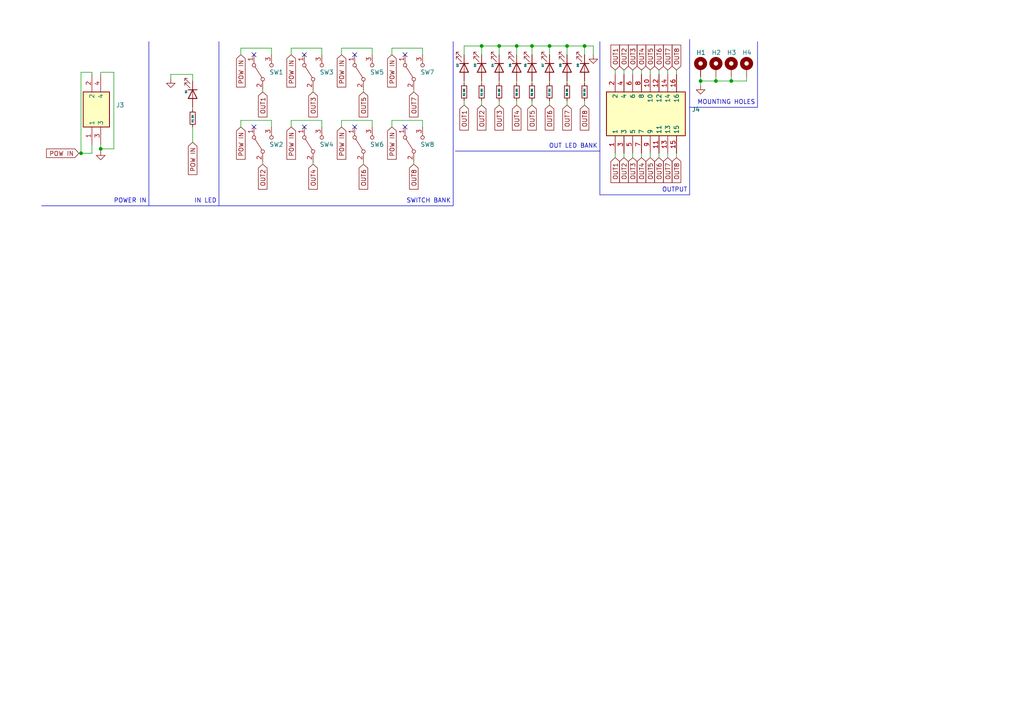
<source format=kicad_sch>
(kicad_sch (version 20230121) (generator eeschema)
  (paper "A4")
  (lib_symbols
    (symbol "Device:LED" (pin_numbers hide) (pin_names (offset 1.016) hide)
      (property "Reference" "D" (at 0 2.54 0))
      (property "Value" "LED" (at 0 -2.54 0))
      (symbol "LED_0_1"
        (polyline (pts (xy -1.27 -1.27) (xy -1.27 1.27)) (stroke (width 0.254)))
        (polyline (pts (xy -1.27 0) (xy 1.27 0)))
        (polyline (pts (xy 1.27 -1.27) (xy 1.27 1.27) (xy -1.27 0) (xy 1.27 -1.27)) (stroke (width 0.254)))
        (polyline (pts (xy -3.048 -0.762) (xy -4.572 -2.286) (xy -3.81 -2.286) (xy -4.572 -2.286) (xy -4.572 -1.524)))
        (polyline (pts (xy -1.778 -0.762) (xy -3.302 -2.286) (xy -2.54 -2.286) (xy -3.302 -2.286) (xy -3.302 -1.524)))
      )
      (symbol "LED_1_1"
        (pin passive line (at -3.81 0 0) (length 2.54) (name "K") (number "1"))
        (pin passive line (at 3.81 0 180) (length 2.54) (name "A") (number "2"))
      )
    )
    (symbol "Device:R_Small" (pin_numbers hide) (pin_names (offset 0.254) hide)
      (property "Reference" "R" (at 0.762 0.508 0))
      (property "Value" "R_Small" (at 0.762 -1.016 0))
      (symbol "R_Small_0_1"
        (rectangle (start -0.762 1.778) (end 0.762 -1.778) (stroke (width 0.2032)))
      )
      (symbol "R_Small_1_1"
        (pin passive line (at 0 2.54 270) (length 0.762) (name "~") (number "1"))
        (pin passive line (at 0 -2.54 90) (length 0.762) (name "~") (number "2"))
      )
    )
    (symbol "Mechanical:MountingHole_Pad" (pin_numbers hide) (pin_names (offset 1.016) hide)
      (property "Reference" "H" (at 0 6.35 0))
      (property "Value" "MountingHole_Pad" (at 0 4.445 0))
      (symbol "MountingHole_Pad_0_1"
        (circle (center 0 1.27) (radius 1.27) (stroke (width 1.27)))
      )
      (symbol "MountingHole_Pad_1_1"
        (pin input line (at 0 -2.54 90) (length 2.54) (name "1") (number "1"))
      )
    )
    (symbol "Switch:SW_SPDT" (pin_names (offset 0) hide)
      (property "Reference" "SW" (at 0 4.318 0))
      (property "Value" "SW_SPDT" (at 0 -5.08 0))
      (symbol "SW_SPDT_0_0"
        (circle (center -2.032 0) (radius 0.508))
        (circle (center 2.032 -2.54) (radius 0.508))
      )
      (symbol "SW_SPDT_0_1"
        (polyline (pts (xy -1.524 0.254) (xy 1.651 2.286)))
        (circle (center 2.032 2.54) (radius 0.508))
      )
      (symbol "SW_SPDT_1_1"
        (pin passive line (at 5.08 2.54 180) (length 2.54) (name "A") (number "1"))
        (pin passive line (at -5.08 0 0) (length 2.54) (name "B") (number "2"))
        (pin passive line (at 5.08 -2.54 180) (length 2.54) (name "C") (number "3"))
      )
    )
    (symbol "TBLH10V-350-02BK:TBLH10V-350-02BK"
      (property "Reference" "J" (at 16.51 7.62 0))
      (property "Value" "TBLH10V-350-02BK" (at 16.51 5.08 0))
      (symbol "TBLH10V-350-02BK_1_1"
        (rectangle (start 5.08 2.54) (end 15.24 -5.08) (stroke (width 0.254)) (fill (type background)))
        (pin passive line (at 0 0 0) (length 5.08) (name "1") (number "1"))
        (pin passive line (at 20.32 0 180) (length 5.08) (name "2") (number "2"))
        (pin passive line (at 0 -2.54 0) (length 5.08) (name "3") (number "3"))
        (pin passive line (at 20.32 -2.54 180) (length 5.08) (name "4") (number "4"))
      )
    )
    (symbol "TBLH10V-350-08BK:TBLH10V-350-08BK"
      (property "Reference" "J" (at 19.05 7.62 0))
      (property "Value" "TBLH10V-350-08BK" (at 19.05 5.08 0))
      (symbol "TBLH10V-350-08BK_1_1"
        (rectangle (start 5.08 2.54) (end 17.78 -20.32) (stroke (width 0.254)) (fill (type background)))
        (pin passive line (at 0 0 0) (length 5.08) (name "1") (number "1"))
        (pin passive line (at 22.86 -10.16 180) (length 5.08) (name "10") (number "10"))
        (pin passive line (at 0 -12.7 0) (length 5.08) (name "11") (number "11"))
        (pin passive line (at 22.86 -12.7 180) (length 5.08) (name "12") (number "12"))
        (pin passive line (at 0 -15.24 0) (length 5.08) (name "13") (number "13"))
        (pin passive line (at 22.86 -15.24 180) (length 5.08) (name "14") (number "14"))
        (pin passive line (at 0 -17.78 0) (length 5.08) (name "15") (number "15"))
        (pin passive line (at 22.86 -17.78 180) (length 5.08) (name "16") (number "16"))
        (pin passive line (at 22.86 0 180) (length 5.08) (name "2") (number "2"))
        (pin passive line (at 0 -2.54 0) (length 5.08) (name "3") (number "3"))
        (pin passive line (at 22.86 -2.54 180) (length 5.08) (name "4") (number "4"))
        (pin passive line (at 0 -5.08 0) (length 5.08) (name "5") (number "5"))
        (pin passive line (at 22.86 -5.08 180) (length 5.08) (name "6") (number "6"))
        (pin passive line (at 0 -7.62 0) (length 5.08) (name "7") (number "7"))
        (pin passive line (at 22.86 -7.62 180) (length 5.08) (name "8") (number "8"))
        (pin passive line (at 0 -10.16 0) (length 5.08) (name "9") (number "9"))
      )
    )
    (symbol "power:GND" (power) (pin_names (offset 0))
      (property "Value" "GND" (at 0 -3.81 0))
      (symbol "GND_0_1"
        (polyline (pts (xy 0 0) (xy 0 -1.27) (xy 1.27 -1.27) (xy 0 -2.54) (xy -1.27 -1.27) (xy 0 -1.27)))
      )
      (symbol "GND_1_1"
        (pin power_in line (at 0 0 270) (length 0) hide (name "GND") (number "1"))
      )
    )
  )
  (junction (at 164.465 13.335))
  (junction (at 154.305 13.335))
  (junction (at 149.86 13.335))
  (junction (at 203.2 23.495))
  (junction (at 144.78 13.335))
  (junction (at 207.645 23.495))
  (junction (at 23.495 44.45))
  (junction (at 29.21 43.18))
  (junction (at 159.385 13.335))
  (junction (at 212.09 23.495))
  (junction (at 139.7 13.335))
  (junction (at 169.545 13.335))
  (no_connect (at 102.87 15.875))
  (no_connect (at 102.87 36.83))
  (no_connect (at 88.265 15.875))
  (no_connect (at 117.475 15.875))
  (no_connect (at 117.475 36.83))
  (no_connect (at 73.66 36.83))
  (no_connect (at 88.265 36.83))
  (no_connect (at 73.66 15.875))
  (wire (pts (xy 207.645 22.225) (xy 207.645 23.495)))
  (wire (pts (xy 180.975 45.72) (xy 180.975 44.45)))
  (wire (pts (xy 188.595 20.32) (xy 188.595 21.59)))
  (polyline (pts (xy 200.025 11.43) (xy 200.025 31.115)))
  (wire (pts (xy 149.86 29.21) (xy 149.86 30.48)))
  (wire (pts (xy 99.06 34.925) (xy 107.95 34.925)))
  (wire (pts (xy 26.67 41.91) (xy 26.67 44.45)))
  (wire (pts (xy 203.2 23.495) (xy 207.645 23.495)))
  (wire (pts (xy 196.215 45.72) (xy 196.215 44.45)))
  (wire (pts (xy 149.86 13.335) (xy 144.78 13.335)))
  (wire (pts (xy 84.455 36.83) (xy 84.455 34.925)))
  (wire (pts (xy 99.06 15.875) (xy 99.06 13.97)))
  (wire (pts (xy 183.515 20.32) (xy 183.515 21.59)))
  (wire (pts (xy 172.085 15.875) (xy 172.085 13.335)))
  (wire (pts (xy 49.53 21.59) (xy 49.53 22.86)))
  (wire (pts (xy 159.385 23.495) (xy 159.385 24.13)))
  (wire (pts (xy 191.135 45.72) (xy 191.135 44.45)))
  (wire (pts (xy 169.545 13.335) (xy 164.465 13.335)))
  (wire (pts (xy 29.21 20.955) (xy 33.02 20.955)))
  (polyline (pts (xy 63.5 59.69) (xy 131.445 59.69)))
  (wire (pts (xy 164.465 13.335) (xy 164.465 15.875)))
  (polyline (pts (xy 219.71 12.065) (xy 219.71 31.115)))
  (wire (pts (xy 134.62 13.335) (xy 134.62 15.875)))
  (wire (pts (xy 76.2 26.035) (xy 76.2 26.67)))
  (wire (pts (xy 55.88 21.59) (xy 49.53 21.59)))
  (wire (pts (xy 186.055 45.72) (xy 186.055 44.45)))
  (wire (pts (xy 113.665 34.925) (xy 122.555 34.925)))
  (wire (pts (xy 154.305 13.335) (xy 154.305 15.875)))
  (wire (pts (xy 144.78 13.335) (xy 144.78 15.875)))
  (wire (pts (xy 122.555 15.875) (xy 122.555 13.97)))
  (wire (pts (xy 193.675 45.72) (xy 193.675 44.45)))
  (wire (pts (xy 105.41 26.035) (xy 105.41 26.67)))
  (wire (pts (xy 55.88 36.83) (xy 55.88 41.275)))
  (wire (pts (xy 186.055 20.32) (xy 186.055 21.59)))
  (wire (pts (xy 26.67 44.45) (xy 23.495 44.45)))
  (wire (pts (xy 164.465 29.21) (xy 164.465 30.48)))
  (wire (pts (xy 90.805 46.99) (xy 90.805 47.625)))
  (wire (pts (xy 84.455 15.875) (xy 84.455 13.97)))
  (wire (pts (xy 207.645 23.495) (xy 212.09 23.495)))
  (wire (pts (xy 120.015 26.035) (xy 120.015 26.67)))
  (wire (pts (xy 122.555 36.83) (xy 122.555 34.925)))
  (wire (pts (xy 93.345 15.875) (xy 93.345 13.97)))
  (wire (pts (xy 164.465 23.495) (xy 164.465 24.13)))
  (wire (pts (xy 93.345 36.83) (xy 93.345 34.925)))
  (wire (pts (xy 149.86 23.495) (xy 149.86 24.13)))
  (wire (pts (xy 191.135 20.32) (xy 191.135 21.59)))
  (polyline (pts (xy 132.08 43.815) (xy 173.99 43.815)))
  (wire (pts (xy 193.675 20.32) (xy 193.675 21.59)))
  (wire (pts (xy 29.21 43.18) (xy 29.21 43.815)))
  (polyline (pts (xy 12.065 59.69) (xy 63.5 59.69)))
  (wire (pts (xy 55.88 21.59) (xy 55.88 23.495)))
  (wire (pts (xy 212.09 23.495) (xy 216.535 23.495)))
  (wire (pts (xy 23.495 20.955) (xy 23.495 44.45)))
  (wire (pts (xy 120.015 46.99) (xy 120.015 47.625)))
  (wire (pts (xy 69.85 36.83) (xy 69.85 34.925)))
  (wire (pts (xy 196.215 20.32) (xy 196.215 21.59)))
  (wire (pts (xy 144.78 13.335) (xy 139.7 13.335)))
  (wire (pts (xy 29.21 41.91) (xy 29.21 43.18)))
  (wire (pts (xy 183.515 45.72) (xy 183.515 44.45)))
  (wire (pts (xy 69.85 15.875) (xy 69.85 13.97)))
  (wire (pts (xy 172.085 13.335) (xy 169.545 13.335)))
  (wire (pts (xy 76.2 46.99) (xy 76.2 47.625)))
  (wire (pts (xy 107.95 15.875) (xy 107.95 13.97)))
  (wire (pts (xy 180.975 20.32) (xy 180.975 21.59)))
  (wire (pts (xy 26.67 20.955) (xy 23.495 20.955)))
  (wire (pts (xy 84.455 13.97) (xy 93.345 13.97)))
  (wire (pts (xy 134.62 29.21) (xy 134.62 30.48)))
  (wire (pts (xy 29.21 21.59) (xy 29.21 20.955)))
  (wire (pts (xy 203.2 22.225) (xy 203.2 23.495)))
  (wire (pts (xy 139.7 23.495) (xy 139.7 24.13)))
  (wire (pts (xy 78.74 15.875) (xy 78.74 13.97)))
  (wire (pts (xy 113.665 15.875) (xy 113.665 13.97)))
  (wire (pts (xy 149.86 13.335) (xy 149.86 15.875)))
  (polyline (pts (xy 131.445 12.065) (xy 131.445 59.69)))
  (wire (pts (xy 78.74 36.83) (xy 78.74 34.925)))
  (wire (pts (xy 139.7 13.335) (xy 134.62 13.335)))
  (wire (pts (xy 113.665 13.97) (xy 122.555 13.97)))
  (wire (pts (xy 139.7 13.335) (xy 139.7 15.875)))
  (wire (pts (xy 134.62 23.495) (xy 134.62 24.13)))
  (wire (pts (xy 154.305 13.335) (xy 149.86 13.335)))
  (polyline (pts (xy 173.99 56.515) (xy 200.025 56.515)))
  (wire (pts (xy 154.305 29.21) (xy 154.305 30.48)))
  (wire (pts (xy 144.78 29.21) (xy 144.78 30.48)))
  (wire (pts (xy 84.455 34.925) (xy 93.345 34.925)))
  (wire (pts (xy 55.88 31.115) (xy 55.88 31.75)))
  (wire (pts (xy 159.385 13.335) (xy 154.305 13.335)))
  (wire (pts (xy 113.665 36.83) (xy 113.665 34.925)))
  (wire (pts (xy 69.85 34.925) (xy 78.74 34.925)))
  (wire (pts (xy 154.305 23.495) (xy 154.305 24.13)))
  (wire (pts (xy 164.465 13.335) (xy 159.385 13.335)))
  (wire (pts (xy 90.805 26.035) (xy 90.805 26.67)))
  (wire (pts (xy 99.06 13.97) (xy 107.95 13.97)))
  (wire (pts (xy 139.7 29.21) (xy 139.7 30.48)))
  (wire (pts (xy 178.435 45.72) (xy 178.435 44.45)))
  (wire (pts (xy 216.535 22.225) (xy 216.535 23.495)))
  (wire (pts (xy 169.545 13.335) (xy 169.545 15.875)))
  (polyline (pts (xy 43.18 12.065) (xy 43.18 59.69)))
  (polyline (pts (xy 200.025 31.115) (xy 200.025 56.515)))
  (wire (pts (xy 33.02 20.955) (xy 33.02 43.18)))
  (polyline (pts (xy 173.99 43.815) (xy 173.99 56.515)))
  (wire (pts (xy 159.385 29.21) (xy 159.385 30.48)))
  (wire (pts (xy 23.495 44.45) (xy 22.86 44.45)))
  (wire (pts (xy 105.41 46.99) (xy 105.41 47.625)))
  (wire (pts (xy 178.435 20.32) (xy 178.435 21.59)))
  (wire (pts (xy 212.09 22.225) (xy 212.09 23.495)))
  (wire (pts (xy 26.67 21.59) (xy 26.67 20.955)))
  (wire (pts (xy 33.02 43.18) (xy 29.21 43.18)))
  (wire (pts (xy 203.2 23.495) (xy 203.2 24.765)))
  (wire (pts (xy 188.595 45.72) (xy 188.595 44.45)))
  (wire (pts (xy 99.06 36.83) (xy 99.06 34.925)))
  (polyline (pts (xy 173.99 12.065) (xy 173.99 43.815)))
  (polyline (pts (xy 63.5 59.69) (xy 63.5 12.065)))
  (wire (pts (xy 107.95 36.83) (xy 107.95 34.925)))
  (polyline (pts (xy 200.025 31.115) (xy 219.71 31.115)))
  (wire (pts (xy 144.78 23.495) (xy 144.78 24.13)))
  (wire (pts (xy 159.385 13.335) (xy 159.385 15.875)))
  (wire (pts (xy 69.85 13.97) (xy 78.74 13.97)))
  (wire (pts (xy 169.545 29.21) (xy 169.545 30.48)))
  (wire (pts (xy 169.545 23.495) (xy 169.545 24.13)))
  (text "SWITCH BANK" (at 130.81 59.055 0) (effects (font (size 1.27 1.27)) (justify right bottom)))
  (text "POWER IN" (at 42.545 59.055 0) (effects (font (size 1.27 1.27)) (justify right bottom)))
  (text "OUT LED BANK" (at 173.355 43.18 0) (effects (font (size 1.27 1.27)) (justify right bottom)))
  (text "IN LED" (at 62.865 59.055 0) (effects (font (size 1.27 1.27)) (justify right bottom)))
  (text "MOUNTING HOLES" (at 219.075 30.48 0) (effects (font (size 1.27 1.27)) (justify right bottom)))
  (text "OUTPUT" (at 199.39 55.88 0) (effects (font (size 1.27 1.27)) (justify right bottom)))
  (global_label "OUT4" (shape input) (at 186.055 45.72 270) (property "Intersheetrefs" "${INTERSHEET_REFS}" (effects hide)))
  (global_label "OUT8" (shape input) (at 196.215 45.72 270) (property "Intersheetrefs" "${INTERSHEET_REFS}" (effects hide)))
  (global_label "OUT3" (shape input) (at 183.515 45.72 270) (property "Intersheetrefs" "${INTERSHEET_REFS}" (effects hide)))
  (global_label "OUT1" (shape input) (at 76.2 26.67 270) (property "Intersheetrefs" "${INTERSHEET_REFS}" (effects hide)))
  (global_label "OUT3" (shape input) (at 90.805 26.67 270) (property "Intersheetrefs" "${INTERSHEET_REFS}" (effects hide)))
  (global_label "OUT6" (shape input) (at 159.385 30.48 270) (property "Intersheetrefs" "${INTERSHEET_REFS}" (effects hide)))
  (global_label "OUT4" (shape input) (at 186.055 20.32 90) (property "Intersheetrefs" "${INTERSHEET_REFS}" (effects hide)))
  (global_label "OUT3" (shape input) (at 144.78 30.48 270) (property "Intersheetrefs" "${INTERSHEET_REFS}" (effects hide)))
  (global_label "OUT8" (shape input) (at 196.215 20.32 90) (property "Intersheetrefs" "${INTERSHEET_REFS}" (effects hide)))
  (global_label "OUT4" (shape input) (at 90.805 47.625 270) (property "Intersheetrefs" "${INTERSHEET_REFS}" (effects hide)))
  (global_label "OUT2" (shape input) (at 180.975 45.72 270) (property "Intersheetrefs" "${INTERSHEET_REFS}" (effects hide)))
  (global_label "OUT5" (shape input) (at 154.305 30.48 270) (property "Intersheetrefs" "${INTERSHEET_REFS}" (effects hide)))
  (global_label "OUT2" (shape input) (at 180.975 20.32 90) (property "Intersheetrefs" "${INTERSHEET_REFS}" (effects hide)))
  (global_label "OUT6" (shape input) (at 105.41 47.625 270) (property "Intersheetrefs" "${INTERSHEET_REFS}" (effects hide)))
  (global_label "OUT1" (shape input) (at 178.435 20.32 90) (property "Intersheetrefs" "${INTERSHEET_REFS}" (effects hide)))
  (global_label "POW IN" (shape input) (at 113.665 36.83 270) (property "Intersheetrefs" "${INTERSHEET_REFS}" (effects hide)))
  (global_label "OUT5" (shape input) (at 188.595 20.32 90) (property "Intersheetrefs" "${INTERSHEET_REFS}" (effects hide)))
  (global_label "POW IN" (shape input) (at 69.85 15.875 270) (property "Intersheetrefs" "${INTERSHEET_REFS}" (effects hide)))
  (global_label "OUT7" (shape input) (at 193.675 45.72 270) (property "Intersheetrefs" "${INTERSHEET_REFS}" (effects hide)))
  (global_label "OUT1" (shape input) (at 134.62 30.48 270) (property "Intersheetrefs" "${INTERSHEET_REFS}" (effects hide)))
  (global_label "OUT7" (shape input) (at 120.015 26.67 270) (property "Intersheetrefs" "${INTERSHEET_REFS}" (effects hide)))
  (global_label "OUT7" (shape input) (at 164.465 30.48 270) (property "Intersheetrefs" "${INTERSHEET_REFS}" (effects hide)))
  (global_label "POW IN" (shape input) (at 22.86 44.45 180) (property "Intersheetrefs" "${INTERSHEET_REFS}" (effects hide)))
  (global_label "OUT8" (shape input) (at 120.015 47.625 270) (property "Intersheetrefs" "${INTERSHEET_REFS}" (effects hide)))
  (global_label "POW IN" (shape input) (at 84.455 15.875 270) (property "Intersheetrefs" "${INTERSHEET_REFS}" (effects hide)))
  (global_label "OUT5" (shape input) (at 188.595 45.72 270) (property "Intersheetrefs" "${INTERSHEET_REFS}" (effects hide)))
  (global_label "POW IN" (shape input) (at 99.06 36.83 270) (property "Intersheetrefs" "${INTERSHEET_REFS}" (effects hide)))
  (global_label "POW IN" (shape input) (at 113.665 15.875 270) (property "Intersheetrefs" "${INTERSHEET_REFS}" (effects hide)))
  (global_label "OUT1" (shape input) (at 178.435 45.72 270) (property "Intersheetrefs" "${INTERSHEET_REFS}" (effects hide)))
  (global_label "OUT2" (shape input) (at 76.2 47.625 270) (property "Intersheetrefs" "${INTERSHEET_REFS}" (effects hide)))
  (global_label "OUT3" (shape input) (at 183.515 20.32 90) (property "Intersheetrefs" "${INTERSHEET_REFS}" (effects hide)))
  (global_label "OUT4" (shape input) (at 149.86 30.48 270) (property "Intersheetrefs" "${INTERSHEET_REFS}" (effects hide)))
  (global_label "OUT5" (shape input) (at 105.41 26.67 270) (property "Intersheetrefs" "${INTERSHEET_REFS}" (effects hide)))
  (global_label "OUT7" (shape input) (at 193.675 20.32 90) (property "Intersheetrefs" "${INTERSHEET_REFS}" (effects hide)))
  (global_label "POW IN" (shape input) (at 55.88 41.275 270) (property "Intersheetrefs" "${INTERSHEET_REFS}" (effects hide)))
  (global_label "POW IN" (shape input) (at 84.455 36.83 270) (property "Intersheetrefs" "${INTERSHEET_REFS}" (effects hide)))
  (global_label "OUT6" (shape input) (at 191.135 20.32 90) (property "Intersheetrefs" "${INTERSHEET_REFS}" (effects hide)))
  (global_label "POW IN" (shape input) (at 99.06 15.875 270) (property "Intersheetrefs" "${INTERSHEET_REFS}" (effects hide)))
  (global_label "OUT8" (shape input) (at 169.545 30.48 270) (property "Intersheetrefs" "${INTERSHEET_REFS}" (effects hide)))
  (global_label "OUT6" (shape input) (at 191.135 45.72 270) (property "Intersheetrefs" "${INTERSHEET_REFS}" (effects hide)))
  (global_label "OUT2" (shape input) (at 139.7 30.48 270) (property "Intersheetrefs" "${INTERSHEET_REFS}" (effects hide)))
  (global_label "POW IN" (shape input) (at 69.85 36.83 270) (property "Intersheetrefs" "${INTERSHEET_REFS}" (effects hide)))
  (symbol (lib_id "Device:R_Small") (at 149.86 26.67 0) (unit 1)
    (property "Reference" "R5" (at 149.86 27.94 90) (effects (font (size 0.5 0.5)) (justify left)))
    (property "Value" "8K" (at 149.86 26.67 90) (effects (font (size 0.5 0.5)) (justify left)))
    (property "Footprint" "Resistor_SMD:R_0603_1608Metric" (effects hide))
  )
  (symbol (lib_id "Switch:SW_SPDT") (at 76.2 41.91 90) (unit 1)
    (property "Reference" "SW2" (at 78.105 41.91 90) (effects (justify right)))
    (property "Value" "SW_SPDT" (effects hide))
    (property "Footprint" "E_Switch:100SP1T1B1M2QEH" (effects hide))
  )
  (symbol (lib_id "Mechanical:MountingHole_Pad") (at 207.645 19.685 0) (unit 1)
    (property "Reference" "H2" (at 206.375 15.24 0) (effects (justify left)))
    (property "Value" "MountingHole_Pad" (effects hide))
    (property "Footprint" "MountingHole:MountingHole_3.2mm_M3_Pad_TopBottom" (effects hide))
  )
  (symbol (lib_id "Device:R_Small") (at 169.545 26.67 0) (unit 1)
    (property "Reference" "R9" (at 169.545 27.94 90) (effects (font (size 0.5 0.5)) (justify left)))
    (property "Value" "8K" (at 169.545 26.67 90) (effects (font (size 0.5 0.5)) (justify left)))
    (property "Footprint" "Resistor_SMD:R_0603_1608Metric" (effects hide))
  )
  (symbol (lib_id "Device:R_Small") (at 55.88 34.29 0) (unit 1)
    (property "Reference" "R1" (at 55.88 35.56 90) (effects (font (size 0.5 0.5)) (justify left)))
    (property "Value" "8K" (at 55.88 34.29 90) (effects (font (size 0.5 0.5)) (justify left)))
    (property "Footprint" "Resistor_SMD:R_0603_1608Metric" (effects hide))
  )
  (symbol (lib_id "Switch:SW_SPDT") (at 76.2 20.955 90) (unit 1)
    (property "Reference" "SW1" (at 78.105 20.955 90) (effects (justify right)))
    (property "Value" "SW_SPDT" (effects hide))
    (property "Footprint" "E_Switch:100SP1T1B1M2QEH" (effects hide))
  )
  (symbol (lib_id "Device:R_Small") (at 144.78 26.67 0) (unit 1)
    (property "Reference" "R4" (at 144.78 27.94 90) (effects (font (size 0.5 0.5)) (justify left)))
    (property "Value" "8K" (at 144.78 26.67 90) (effects (font (size 0.5 0.5)) (justify left)))
    (property "Footprint" "Resistor_SMD:R_0603_1608Metric" (effects hide))
  )
  (symbol (lib_id "TBLH10V-350-08BK:TBLH10V-350-08BK") (at 178.435 44.45 90) (unit 1)
    (property "Reference" "J4" (at 200.66 31.75 90) (effects (justify right)))
    (property "Value" "TBLH10V-350-08BK" (effects hide))
    (property "Footprint" "RHDR16W80P550X350_2X8_2870X850X1420P" (effects hide))
    (property "Datasheet" "https://datasheet.datasheetarchive.com/originals/distributors/Datasheets_SAMA/62bf51551d5aebf1740722b2eb166d63.pdf" (effects hide))
    (property "Height" "14.2" (effects hide))
    (property "Mouser Part Number" "490-TBLH10V-350-08BK" (effects hide))
    (property "Mouser Price/Stock" "https://www.mouser.co.uk/ProductDetail/CUI-Devices/TBLH10V-350-08BK?qs=UXgszm6BlbG3AKcoQWgT3Q%3D%3D" (effects hide))
    (property "Manufacturer_Name" "CUI Devices" (effects hide))
    (property "Manufacturer_Part_Number" "TBLH10V-350-08BK" (effects hide))
  )
  (symbol (lib_id "power:GND") (at 29.21 43.815 0) (unit 1)
    (property "Reference" "#PWR01" (effects hide))
    (property "Value" "GND" (effects hide))
  )
  (symbol (lib_id "Device:LED") (at 154.305 19.685 270) (unit 1)
    (property "Reference" "D6" (at 152.4 18.415 0) (effects (font (size 0.5 0.5)) (justify left)))
    (property "Value" "LED" (effects hide))
    (property "Footprint" "LED_SMD:LED_0805_2012Metric" (effects hide))
  )
  (symbol (lib_id "Device:LED") (at 169.545 19.685 270) (unit 1)
    (property "Reference" "D9" (at 167.64 18.415 0) (effects (font (size 0.5 0.5)) (justify left)))
    (property "Value" "LED" (effects hide))
    (property "Footprint" "LED_SMD:LED_0805_2012Metric" (effects hide))
  )
  (symbol (lib_id "Device:R_Small") (at 154.305 26.67 0) (unit 1)
    (property "Reference" "R6" (at 154.305 27.94 90) (effects (font (size 0.5 0.5)) (justify left)))
    (property "Value" "8K" (at 154.305 26.67 90) (effects (font (size 0.5 0.5)) (justify left)))
    (property "Footprint" "Resistor_SMD:R_0603_1608Metric" (effects hide))
  )
  (symbol (lib_id "Device:R_Small") (at 134.62 26.67 0) (unit 1)
    (property "Reference" "R2" (at 134.62 27.94 90) (effects (font (size 0.5 0.5)) (justify left)))
    (property "Value" "8K" (at 134.62 26.67 90) (effects (font (size 0.5 0.5)) (justify left)))
    (property "Footprint" "Resistor_SMD:R_0603_1608Metric" (effects hide))
  )
  (symbol (lib_id "Device:LED") (at 139.7 19.685 270) (unit 1)
    (property "Reference" "D3" (at 137.795 18.415 0) (effects (font (size 0.5 0.5)) (justify left)))
    (property "Value" "LED" (effects hide))
    (property "Footprint" "LED_SMD:LED_0805_2012Metric" (effects hide))
  )
  (symbol (lib_id "Mechanical:MountingHole_Pad") (at 212.09 19.685 0) (unit 1)
    (property "Reference" "H3" (at 210.82 15.24 0) (effects (justify left)))
    (property "Value" "MountingHole_Pad" (effects hide))
    (property "Footprint" "MountingHole:MountingHole_3.2mm_M3_Pad_TopBottom" (effects hide))
  )
  (symbol (lib_id "Mechanical:MountingHole_Pad") (at 216.535 19.685 0) (unit 1)
    (property "Reference" "H4" (at 215.265 15.24 0) (effects (justify left)))
    (property "Value" "MountingHole_Pad" (effects hide))
    (property "Footprint" "MountingHole:MountingHole_3.2mm_M3_Pad_TopBottom" (effects hide))
  )
  (symbol (lib_id "power:GND") (at 49.53 22.86 0) (unit 1)
    (property "Reference" "#PWR02" (effects hide))
    (property "Value" "GND" (effects hide))
  )
  (symbol (lib_id "Switch:SW_SPDT") (at 105.41 20.955 90) (unit 1)
    (property "Reference" "SW5" (at 107.315 20.955 90) (effects (justify right)))
    (property "Value" "SW_SPDT" (effects hide))
    (property "Footprint" "E_Switch:100SP1T1B1M2QEH" (effects hide))
  )
  (symbol (lib_id "Device:LED") (at 55.88 27.305 270) (unit 1)
    (property "Reference" "D1" (at 53.975 26.035 0) (effects (font (size 0.5 0.5)) (justify left)))
    (property "Value" "LED" (effects hide))
    (property "Footprint" "LED_SMD:LED_0805_2012Metric" (effects hide))
  )
  (symbol (lib_id "TBLH10V-350-02BK:TBLH10V-350-02BK") (at 26.67 41.91 90) (unit 1)
    (property "Reference" "J3" (at 33.655 30.48 90) (effects (justify right)))
    (property "Value" "TBLH10V-350-02BK" (effects hide))
    (property "Footprint" "RHDR4W80P550X350_2X2_770X850X1420P" (effects hide))
    (property "Datasheet" "https://datasheet.datasheetarchive.com/originals/distributors/Datasheets_SAMA/62bf51551d5aebf1740722b2eb166d63.pdf" (effects hide))
    (property "Height" "14.2" (effects hide))
    (property "Mouser Part Number" "490-TBLH10V-350-02BK" (effects hide))
    (property "Mouser Price/Stock" "https://www.mouser.co.uk/ProductDetail/CUI-Devices/TBLH10V-350-02BK?qs=UXgszm6BlbHhb3E%252BatV8QQ%3D%3D" (effects hide))
    (property "Manufacturer_Name" "CUI Devices" (effects hide))
    (property "Manufacturer_Part_Number" "TBLH10V-350-02BK" (effects hide))
  )
  (symbol (lib_id "Device:LED") (at 134.62 19.685 270) (unit 1)
    (property "Reference" "D2" (at 132.715 18.415 0) (effects (font (size 0.5 0.5)) (justify left)))
    (property "Value" "LED" (effects hide))
    (property "Footprint" "LED_SMD:LED_0805_2012Metric" (effects hide))
  )
  (symbol (lib_id "Switch:SW_SPDT") (at 105.41 41.91 90) (unit 1)
    (property "Reference" "SW6" (at 107.315 41.91 90) (effects (justify right)))
    (property "Value" "SW_SPDT" (effects hide))
    (property "Footprint" "E_Switch:100SP1T1B1M2QEH" (effects hide))
  )
  (symbol (lib_id "Device:LED") (at 149.86 19.685 270) (unit 1)
    (property "Reference" "D5" (at 147.955 18.415 0) (effects (font (size 0.5 0.5)) (justify left)))
    (property "Value" "LED" (effects hide))
    (property "Footprint" "LED_SMD:LED_0805_2012Metric" (effects hide))
  )
  (symbol (lib_id "power:GND") (at 203.2 24.765 0) (unit 1)
    (property "Reference" "#PWR0101" (effects hide))
    (property "Value" "GND" (effects hide))
  )
  (symbol (lib_id "power:GND") (at 172.085 15.875 0) (unit 1)
    (property "Reference" "#PWR03" (effects hide))
    (property "Value" "GND" (effects hide))
  )
  (symbol (lib_id "Device:LED") (at 144.78 19.685 270) (unit 1)
    (property "Reference" "D4" (at 142.875 18.415 0) (effects (font (size 0.5 0.5)) (justify left)))
    (property "Value" "LED" (effects hide))
    (property "Footprint" "LED_SMD:LED_0805_2012Metric" (effects hide))
  )
  (symbol (lib_id "Switch:SW_SPDT") (at 90.805 41.91 90) (unit 1)
    (property "Reference" "SW4" (at 92.71 41.91 90) (effects (justify right)))
    (property "Value" "SW_SPDT" (effects hide))
    (property "Footprint" "E_Switch:100SP1T1B1M2QEH" (effects hide))
  )
  (symbol (lib_id "Device:R_Small") (at 139.7 26.67 0) (unit 1)
    (property "Reference" "R3" (at 139.7 27.94 90) (effects (font (size 0.5 0.5)) (justify left)))
    (property "Value" "8K" (at 139.7 26.67 90) (effects (font (size 0.5 0.5)) (justify left)))
    (property "Footprint" "Resistor_SMD:R_0603_1608Metric" (effects hide))
  )
  (symbol (lib_id "Device:R_Small") (at 159.385 26.67 0) (unit 1)
    (property "Reference" "R7" (at 159.385 27.94 90) (effects (font (size 0.5 0.5)) (justify left)))
    (property "Value" "8K" (at 159.385 26.67 90) (effects (font (size 0.5 0.5)) (justify left)))
    (property "Footprint" "Resistor_SMD:R_0603_1608Metric" (effects hide))
  )
  (symbol (lib_id "Switch:SW_SPDT") (at 120.015 41.91 90) (unit 1)
    (property "Reference" "SW8" (at 121.92 41.91 90) (effects (justify right)))
    (property "Value" "SW_SPDT" (effects hide))
    (property "Footprint" "E_Switch:100SP1T1B1M2QEH" (effects hide))
  )
  (symbol (lib_id "Switch:SW_SPDT") (at 120.015 20.955 90) (unit 1)
    (property "Reference" "SW7" (at 121.92 20.955 90) (effects (justify right)))
    (property "Value" "SW_SPDT" (effects hide))
    (property "Footprint" "E_Switch:100SP1T1B1M2QEH" (effects hide))
  )
  (symbol (lib_id "Switch:SW_SPDT") (at 90.805 20.955 90) (unit 1)
    (property "Reference" "SW3" (at 92.71 20.955 90) (effects (justify right)))
    (property "Value" "SW_SPDT" (effects hide))
    (property "Footprint" "E_Switch:100SP1T1B1M2QEH" (effects hide))
  )
  (symbol (lib_id "Device:LED") (at 164.465 19.685 270) (unit 1)
    (property "Reference" "D8" (at 162.56 18.415 0) (effects (font (size 0.5 0.5)) (justify left)))
    (property "Value" "LED" (effects hide))
    (property "Footprint" "LED_SMD:LED_0805_2012Metric" (effects hide))
  )
  (symbol (lib_id "Device:LED") (at 159.385 19.685 270) (unit 1)
    (property "Reference" "D7" (at 157.48 18.415 0) (effects (font (size 0.5 0.5)) (justify left)))
    (property "Value" "LED" (effects hide))
    (property "Footprint" "LED_SMD:LED_0805_2012Metric" (effects hide))
  )
  (symbol (lib_id "Device:R_Small") (at 164.465 26.67 0) (unit 1)
    (property "Reference" "R8" (at 164.465 27.94 90) (effects (font (size 0.5 0.5)) (justify left)))
    (property "Value" "8K" (at 164.465 26.67 90) (effects (font (size 0.5 0.5)) (justify left)))
    (property "Footprint" "Resistor_SMD:R_0603_1608Metric" (effects hide))
  )
  (symbol (lib_id "Mechanical:MountingHole_Pad") (at 203.2 19.685 0) (unit 1)
    (property "Reference" "H1" (at 201.93 15.24 0) (effects (justify left)))
    (property "Value" "MountingHole_Pad" (effects hide))
    (property "Footprint" "MountingHole:MountingHole_3.2mm_M3_Pad_TopBottom" (effects hide))
  )
)
</source>
